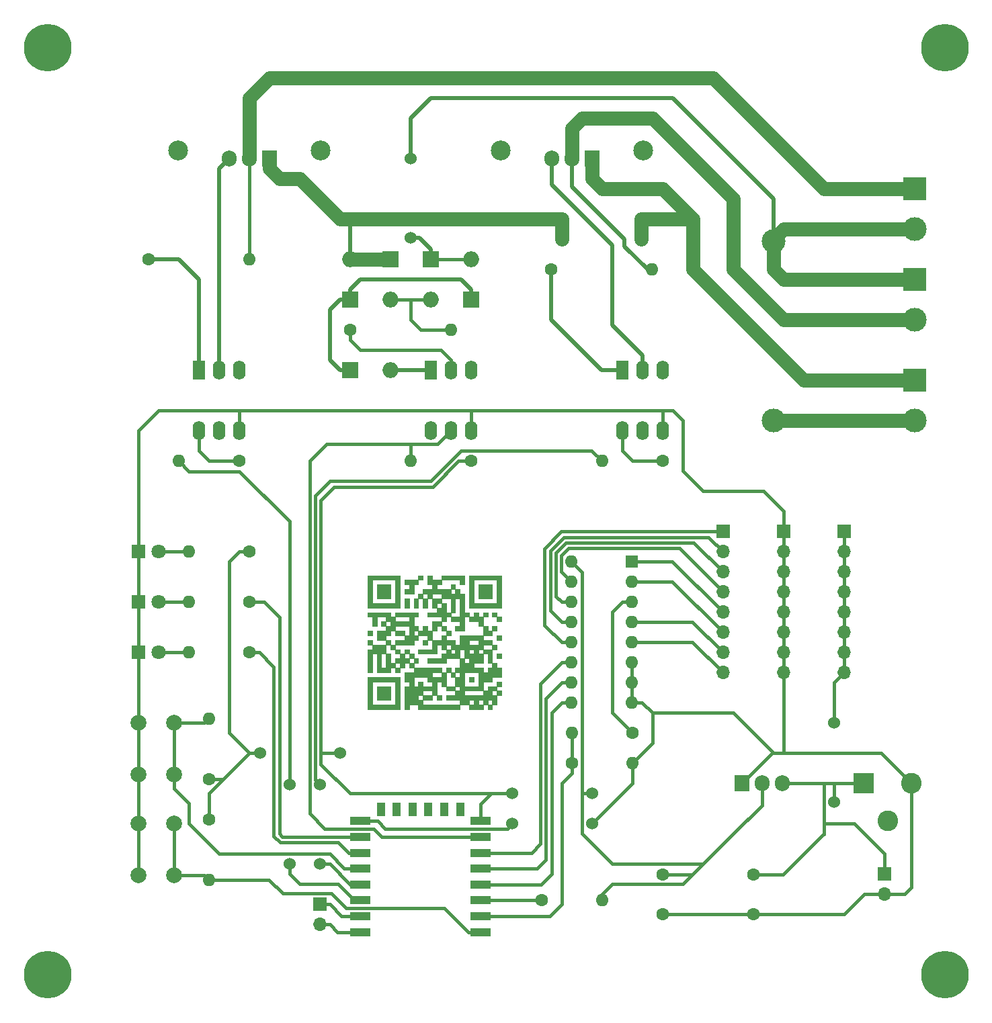
<source format=gbr>
%TF.GenerationSoftware,KiCad,Pcbnew,(6.0.5)*%
%TF.CreationDate,2022-07-02T14:22:21-03:00*%
%TF.ProjectId,oven_control,6f76656e-5f63-46f6-9e74-726f6c2e6b69,0*%
%TF.SameCoordinates,Original*%
%TF.FileFunction,Copper,L1,Top*%
%TF.FilePolarity,Positive*%
%FSLAX46Y46*%
G04 Gerber Fmt 4.6, Leading zero omitted, Abs format (unit mm)*
G04 Created by KiCad (PCBNEW (6.0.5)) date 2022-07-02 14:22:21*
%MOMM*%
%LPD*%
G01*
G04 APERTURE LIST*
%TA.AperFunction,NonConductor*%
%ADD10C,0.010000*%
%TD*%
%TA.AperFunction,ComponentPad*%
%ADD11C,6.000000*%
%TD*%
%TA.AperFunction,ComponentPad*%
%ADD12C,1.524000*%
%TD*%
%TA.AperFunction,SMDPad,CuDef*%
%ADD13R,2.500000X1.000000*%
%TD*%
%TA.AperFunction,SMDPad,CuDef*%
%ADD14R,1.000000X1.800000*%
%TD*%
%TA.AperFunction,ComponentPad*%
%ADD15C,1.600000*%
%TD*%
%TA.AperFunction,ComponentPad*%
%ADD16O,1.600000X1.600000*%
%TD*%
%TA.AperFunction,ComponentPad*%
%ADD17R,1.800000X1.800000*%
%TD*%
%TA.AperFunction,ComponentPad*%
%ADD18C,1.800000*%
%TD*%
%TA.AperFunction,ComponentPad*%
%ADD19C,2.000000*%
%TD*%
%TA.AperFunction,ComponentPad*%
%ADD20R,2.000000X2.000000*%
%TD*%
%TA.AperFunction,ComponentPad*%
%ADD21O,2.000000X2.000000*%
%TD*%
%TA.AperFunction,ComponentPad*%
%ADD22R,1.700000X1.700000*%
%TD*%
%TA.AperFunction,ComponentPad*%
%ADD23O,1.700000X1.700000*%
%TD*%
%TA.AperFunction,ComponentPad*%
%ADD24R,1.905000X2.000000*%
%TD*%
%TA.AperFunction,ComponentPad*%
%ADD25O,1.905000X2.000000*%
%TD*%
%TA.AperFunction,ComponentPad*%
%ADD26R,3.000000X3.000000*%
%TD*%
%TA.AperFunction,ComponentPad*%
%ADD27C,3.000000*%
%TD*%
%TA.AperFunction,ComponentPad*%
%ADD28R,1.600000X2.400000*%
%TD*%
%TA.AperFunction,ComponentPad*%
%ADD29O,1.600000X2.400000*%
%TD*%
%TA.AperFunction,ComponentPad*%
%ADD30R,1.600000X1.600000*%
%TD*%
%TA.AperFunction,ComponentPad*%
%ADD31R,2.600000X2.600000*%
%TD*%
%TA.AperFunction,ComponentPad*%
%ADD32C,2.600000*%
%TD*%
%TA.AperFunction,ComponentPad*%
%ADD33C,2.500000*%
%TD*%
%TA.AperFunction,Conductor*%
%ADD34C,0.400000*%
%TD*%
%TA.AperFunction,Conductor*%
%ADD35C,0.500000*%
%TD*%
%TA.AperFunction,Conductor*%
%ADD36C,1.800000*%
%TD*%
G04 APERTURE END LIST*
D10*
G36*
X146102917Y-114643960D02*
G01*
X145520834Y-114643960D01*
X145520834Y-114061876D01*
X146102917Y-114061876D01*
X146102917Y-114643960D01*
G37*
X146102917Y-114643960D02*
X145520834Y-114643960D01*
X145520834Y-114061876D01*
X146102917Y-114061876D01*
X146102917Y-114643960D01*
G36*
X135043334Y-111151459D02*
G01*
X134461250Y-111151459D01*
X134461250Y-110569375D01*
X135043334Y-110569375D01*
X135043334Y-111151459D01*
G37*
X135043334Y-111151459D02*
X134461250Y-111151459D01*
X134461250Y-110569375D01*
X135043334Y-110569375D01*
X135043334Y-111151459D01*
G36*
X139117917Y-106494793D02*
G01*
X138535834Y-106494793D01*
X138535834Y-105912709D01*
X139117917Y-105912709D01*
X139117917Y-106494793D01*
G37*
X139117917Y-106494793D02*
X138535834Y-106494793D01*
X138535834Y-105912709D01*
X139117917Y-105912709D01*
X139117917Y-106494793D01*
G36*
X135625417Y-103584376D02*
G01*
X135043334Y-103584376D01*
X135043334Y-102420209D01*
X135625417Y-102420209D01*
X135625417Y-103584376D01*
G37*
X135625417Y-103584376D02*
X135043334Y-103584376D01*
X135043334Y-102420209D01*
X135625417Y-102420209D01*
X135625417Y-103584376D01*
G36*
X144356668Y-104748542D02*
G01*
X143774584Y-104748542D01*
X143774584Y-104166459D01*
X144356668Y-104166459D01*
X144356668Y-104748542D01*
G37*
X144356668Y-104748542D02*
X143774584Y-104748542D01*
X143774584Y-104166459D01*
X144356668Y-104166459D01*
X144356668Y-104748542D01*
G36*
X139700000Y-107076876D02*
G01*
X139117917Y-107076876D01*
X139117917Y-106494793D01*
X139700000Y-106494793D01*
X139700000Y-107076876D01*
G37*
X139700000Y-107076876D02*
X139117917Y-107076876D01*
X139117917Y-106494793D01*
X139700000Y-106494793D01*
X139700000Y-107076876D01*
G36*
X145520834Y-104748542D02*
G01*
X144938751Y-104748542D01*
X144938751Y-104166459D01*
X145520834Y-104166459D01*
X145520834Y-104748542D01*
G37*
X145520834Y-104748542D02*
X144938751Y-104748542D01*
X144938751Y-104166459D01*
X145520834Y-104166459D01*
X145520834Y-104748542D01*
G36*
X132715000Y-105912709D02*
G01*
X132715000Y-106494793D01*
X132132917Y-106494793D01*
X132132917Y-107076876D01*
X131550834Y-107076876D01*
X131550834Y-107658959D01*
X130386667Y-107658959D01*
X130386667Y-106494793D01*
X131550834Y-106494793D01*
X131550834Y-105912709D01*
X132132917Y-105912709D01*
X132132917Y-105330626D01*
X132715000Y-105330626D01*
X134461250Y-105330626D01*
X134461250Y-104748542D01*
X132715000Y-104748542D01*
X132715000Y-105330626D01*
X132132917Y-105330626D01*
X131550834Y-105330626D01*
X131550834Y-105912709D01*
X130968750Y-105912709D01*
X130968750Y-105330626D01*
X131550834Y-105330626D01*
X131550834Y-104748542D01*
X130386667Y-104748542D01*
X130386667Y-105912709D01*
X129804584Y-105912709D01*
X129804584Y-104748542D01*
X129222500Y-104748542D01*
X129222500Y-104166459D01*
X132132917Y-104166459D01*
X132132917Y-104748542D01*
X132715000Y-104748542D01*
X132715000Y-104166459D01*
X135625417Y-104166459D01*
X135625417Y-104748542D01*
X135043334Y-104748542D01*
X135043334Y-105912709D01*
X135625417Y-105912709D01*
X135625417Y-106494793D01*
X136207501Y-106494793D01*
X136207501Y-105912709D01*
X136789584Y-105912709D01*
X136789584Y-106494793D01*
X137371667Y-106494793D01*
X137371667Y-107658959D01*
X136789584Y-107658959D01*
X136789584Y-107076876D01*
X135625417Y-107076876D01*
X135625417Y-107658959D01*
X135043334Y-107658959D01*
X135043334Y-108241042D01*
X132715000Y-108241042D01*
X132715000Y-107658959D01*
X133879167Y-107658959D01*
X133879167Y-107076876D01*
X134461250Y-107076876D01*
X135043334Y-107076876D01*
X135625417Y-107076876D01*
X135625417Y-106494793D01*
X135043334Y-106494793D01*
X135043334Y-107076876D01*
X134461250Y-107076876D01*
X134461250Y-105912709D01*
X132715000Y-105912709D01*
G37*
X132715000Y-105912709D02*
X132715000Y-106494793D01*
X132132917Y-106494793D01*
X132132917Y-107076876D01*
X131550834Y-107076876D01*
X131550834Y-107658959D01*
X130386667Y-107658959D01*
X130386667Y-106494793D01*
X131550834Y-106494793D01*
X131550834Y-105912709D01*
X132132917Y-105912709D01*
X132132917Y-105330626D01*
X132715000Y-105330626D01*
X134461250Y-105330626D01*
X134461250Y-104748542D01*
X132715000Y-104748542D01*
X132715000Y-105330626D01*
X132132917Y-105330626D01*
X131550834Y-105330626D01*
X131550834Y-105912709D01*
X130968750Y-105912709D01*
X130968750Y-105330626D01*
X131550834Y-105330626D01*
X131550834Y-104748542D01*
X130386667Y-104748542D01*
X130386667Y-105912709D01*
X129804584Y-105912709D01*
X129804584Y-104748542D01*
X129222500Y-104748542D01*
X129222500Y-104166459D01*
X132132917Y-104166459D01*
X132132917Y-104748542D01*
X132715000Y-104748542D01*
X132715000Y-104166459D01*
X135625417Y-104166459D01*
X135625417Y-104748542D01*
X135043334Y-104748542D01*
X135043334Y-105912709D01*
X135625417Y-105912709D01*
X135625417Y-106494793D01*
X136207501Y-106494793D01*
X136207501Y-105912709D01*
X136789584Y-105912709D01*
X136789584Y-106494793D01*
X137371667Y-106494793D01*
X137371667Y-107658959D01*
X136789584Y-107658959D01*
X136789584Y-107076876D01*
X135625417Y-107076876D01*
X135625417Y-107658959D01*
X135043334Y-107658959D01*
X135043334Y-108241042D01*
X132715000Y-108241042D01*
X132715000Y-107658959D01*
X133879167Y-107658959D01*
X133879167Y-107076876D01*
X134461250Y-107076876D01*
X135043334Y-107076876D01*
X135625417Y-107076876D01*
X135625417Y-106494793D01*
X135043334Y-106494793D01*
X135043334Y-107076876D01*
X134461250Y-107076876D01*
X134461250Y-105912709D01*
X132715000Y-105912709D01*
G36*
X133879167Y-107076876D02*
G01*
X132715000Y-107076876D01*
X132715000Y-106494793D01*
X133879167Y-106494793D01*
X133879167Y-107076876D01*
G37*
X133879167Y-107076876D02*
X132715000Y-107076876D01*
X132715000Y-106494793D01*
X133879167Y-106494793D01*
X133879167Y-107076876D01*
G36*
X132132917Y-108241042D02*
G01*
X131550834Y-108241042D01*
X131550834Y-107658959D01*
X132132917Y-107658959D01*
X132132917Y-108241042D01*
G37*
X132132917Y-108241042D02*
X131550834Y-108241042D01*
X131550834Y-107658959D01*
X132132917Y-107658959D01*
X132132917Y-108241042D01*
G36*
X135043334Y-109987292D02*
G01*
X134461250Y-109987292D01*
X134461250Y-109405209D01*
X135043334Y-109405209D01*
X135043334Y-109987292D01*
G37*
X135043334Y-109987292D02*
X134461250Y-109987292D01*
X134461250Y-109405209D01*
X135043334Y-109405209D01*
X135043334Y-109987292D01*
G36*
X135625417Y-100673959D02*
G01*
X135043334Y-100673959D01*
X135043334Y-101838126D01*
X133879167Y-101838126D01*
X133879167Y-101256042D01*
X134461250Y-101256042D01*
X134461250Y-100673959D01*
X133879167Y-100673959D01*
X133879167Y-100091876D01*
X135625417Y-100091876D01*
X135625417Y-100673959D01*
G37*
X135625417Y-100673959D02*
X135043334Y-100673959D01*
X135043334Y-101838126D01*
X133879167Y-101838126D01*
X133879167Y-101256042D01*
X134461250Y-101256042D01*
X134461250Y-100673959D01*
X133879167Y-100673959D01*
X133879167Y-100091876D01*
X135625417Y-100091876D01*
X135625417Y-100673959D01*
G36*
X138535834Y-105912709D02*
G01*
X137953750Y-105912709D01*
X137953750Y-106494793D01*
X137371667Y-106494793D01*
X137371667Y-105330626D01*
X138535834Y-105330626D01*
X138535834Y-105912709D01*
G37*
X138535834Y-105912709D02*
X137953750Y-105912709D01*
X137953750Y-106494793D01*
X137371667Y-106494793D01*
X137371667Y-105330626D01*
X138535834Y-105330626D01*
X138535834Y-105912709D01*
G36*
X140282083Y-101256042D02*
G01*
X140864167Y-101256042D01*
X140864167Y-101838126D01*
X141446250Y-101838126D01*
X141446250Y-104166459D01*
X142028334Y-104166459D01*
X142028334Y-104748542D01*
X141446250Y-104748542D01*
X141446250Y-106494793D01*
X140282083Y-106494793D01*
X140282083Y-105912709D01*
X140864167Y-105912709D01*
X140864167Y-105330626D01*
X139700000Y-105330626D01*
X139700000Y-104748542D01*
X140864167Y-104748542D01*
X140864167Y-102420209D01*
X140282083Y-102420209D01*
X140282083Y-104166459D01*
X139700000Y-104166459D01*
X139700000Y-102420209D01*
X138535834Y-102420209D01*
X138535834Y-103002292D01*
X137953750Y-103002292D01*
X137953750Y-103584376D01*
X137371667Y-103584376D01*
X137371667Y-102420209D01*
X138535834Y-102420209D01*
X138535834Y-101838126D01*
X137371667Y-101838126D01*
X137371667Y-102420209D01*
X136789584Y-102420209D01*
X136789584Y-103584376D01*
X136207501Y-103584376D01*
X136207501Y-102420209D01*
X136789584Y-102420209D01*
X136789584Y-101838126D01*
X136207501Y-101838126D01*
X136207501Y-102420209D01*
X135625417Y-102420209D01*
X135625417Y-101838126D01*
X136207501Y-101838126D01*
X136207501Y-101256042D01*
X137371667Y-101256042D01*
X137371667Y-100673959D01*
X136789584Y-100673959D01*
X136789584Y-99509792D01*
X137371667Y-99509792D01*
X137371667Y-100091876D01*
X138535834Y-100091876D01*
X138535834Y-100673959D01*
X137953750Y-100673959D01*
X137953750Y-101256042D01*
X139700000Y-101256042D01*
X139700000Y-100673959D01*
X140282083Y-100673959D01*
X140282083Y-101256042D01*
X139700000Y-101256042D01*
X139700000Y-101838126D01*
X140282083Y-101838126D01*
X140282083Y-101256042D01*
G37*
X140282083Y-101256042D02*
X140864167Y-101256042D01*
X140864167Y-101838126D01*
X141446250Y-101838126D01*
X141446250Y-104166459D01*
X142028334Y-104166459D01*
X142028334Y-104748542D01*
X141446250Y-104748542D01*
X141446250Y-106494793D01*
X140282083Y-106494793D01*
X140282083Y-105912709D01*
X140864167Y-105912709D01*
X140864167Y-105330626D01*
X139700000Y-105330626D01*
X139700000Y-104748542D01*
X140864167Y-104748542D01*
X140864167Y-102420209D01*
X140282083Y-102420209D01*
X140282083Y-104166459D01*
X139700000Y-104166459D01*
X139700000Y-102420209D01*
X138535834Y-102420209D01*
X138535834Y-103002292D01*
X137953750Y-103002292D01*
X137953750Y-103584376D01*
X137371667Y-103584376D01*
X137371667Y-102420209D01*
X138535834Y-102420209D01*
X138535834Y-101838126D01*
X137371667Y-101838126D01*
X137371667Y-102420209D01*
X136789584Y-102420209D01*
X136789584Y-103584376D01*
X136207501Y-103584376D01*
X136207501Y-102420209D01*
X136789584Y-102420209D01*
X136789584Y-101838126D01*
X136207501Y-101838126D01*
X136207501Y-102420209D01*
X135625417Y-102420209D01*
X135625417Y-101838126D01*
X136207501Y-101838126D01*
X136207501Y-101256042D01*
X137371667Y-101256042D01*
X137371667Y-100673959D01*
X136789584Y-100673959D01*
X136789584Y-99509792D01*
X137371667Y-99509792D01*
X137371667Y-100091876D01*
X138535834Y-100091876D01*
X138535834Y-100673959D01*
X137953750Y-100673959D01*
X137953750Y-101256042D01*
X139700000Y-101256042D01*
X139700000Y-100673959D01*
X140282083Y-100673959D01*
X140282083Y-101256042D01*
X139700000Y-101256042D01*
X139700000Y-101838126D01*
X140282083Y-101838126D01*
X140282083Y-101256042D01*
G36*
X132715000Y-108823126D02*
G01*
X132132917Y-108823126D01*
X132132917Y-108241042D01*
X132715000Y-108241042D01*
X132715000Y-108823126D01*
G37*
X132715000Y-108823126D02*
X132132917Y-108823126D01*
X132132917Y-108241042D01*
X132715000Y-108241042D01*
X132715000Y-108823126D01*
G36*
X145520834Y-106494793D02*
G01*
X144938751Y-106494793D01*
X144938751Y-105912709D01*
X145520834Y-105912709D01*
X145520834Y-106494793D01*
G37*
X145520834Y-106494793D02*
X144938751Y-106494793D01*
X144938751Y-105912709D01*
X145520834Y-105912709D01*
X145520834Y-106494793D01*
G36*
X144938751Y-102420209D02*
G01*
X143192500Y-102420209D01*
X143192500Y-100673959D01*
X144938751Y-100673959D01*
X144938751Y-102420209D01*
G37*
X144938751Y-102420209D02*
X143192500Y-102420209D01*
X143192500Y-100673959D01*
X144938751Y-100673959D01*
X144938751Y-102420209D01*
G36*
X133297084Y-109405209D02*
G01*
X132715000Y-109405209D01*
X132715000Y-108823126D01*
X133297084Y-108823126D01*
X133297084Y-109405209D01*
G37*
X133297084Y-109405209D02*
X132715000Y-109405209D01*
X132715000Y-108823126D01*
X133297084Y-108823126D01*
X133297084Y-109405209D01*
G36*
X144938751Y-110569375D02*
G01*
X144356668Y-110569375D01*
X144356668Y-109405209D01*
X143774584Y-109405209D01*
X143774584Y-108823126D01*
X144938751Y-108823126D01*
X144938751Y-110569375D01*
G37*
X144938751Y-110569375D02*
X144356668Y-110569375D01*
X144356668Y-109405209D01*
X143774584Y-109405209D01*
X143774584Y-108823126D01*
X144938751Y-108823126D01*
X144938751Y-110569375D01*
G36*
X129804584Y-107076876D02*
G01*
X129222500Y-107076876D01*
X129222500Y-106494793D01*
X129804584Y-106494793D01*
X129804584Y-107076876D01*
G37*
X129804584Y-107076876D02*
X129222500Y-107076876D01*
X129222500Y-106494793D01*
X129804584Y-106494793D01*
X129804584Y-107076876D01*
G36*
X146102917Y-99509792D02*
G01*
X146102917Y-103584376D01*
X142028334Y-103584376D01*
X142028334Y-103002292D01*
X142610417Y-103002292D01*
X145520834Y-103002292D01*
X145520834Y-100091876D01*
X142610417Y-100091876D01*
X142610417Y-103002292D01*
X142028334Y-103002292D01*
X142028334Y-99509792D01*
X146102917Y-99509792D01*
G37*
X146102917Y-99509792D02*
X146102917Y-103584376D01*
X142028334Y-103584376D01*
X142028334Y-103002292D01*
X142610417Y-103002292D01*
X145520834Y-103002292D01*
X145520834Y-100091876D01*
X142610417Y-100091876D01*
X142610417Y-103002292D01*
X142028334Y-103002292D01*
X142028334Y-99509792D01*
X146102917Y-99509792D01*
G36*
X146102917Y-105330626D02*
G01*
X145520834Y-105330626D01*
X145520834Y-104748542D01*
X146102917Y-104748542D01*
X146102917Y-105330626D01*
G37*
X146102917Y-105330626D02*
X145520834Y-105330626D01*
X145520834Y-104748542D01*
X146102917Y-104748542D01*
X146102917Y-105330626D01*
G36*
X146102917Y-113479792D02*
G01*
X145520834Y-113479792D01*
X145520834Y-112897709D01*
X146102917Y-112897709D01*
X146102917Y-113479792D01*
G37*
X146102917Y-113479792D02*
X145520834Y-113479792D01*
X145520834Y-112897709D01*
X146102917Y-112897709D01*
X146102917Y-113479792D01*
G36*
X141446250Y-100673959D02*
G01*
X140864167Y-100673959D01*
X140864167Y-100091876D01*
X138535834Y-100091876D01*
X138535834Y-99509792D01*
X141446250Y-99509792D01*
X141446250Y-100673959D01*
G37*
X141446250Y-100673959D02*
X140864167Y-100673959D01*
X140864167Y-100091876D01*
X138535834Y-100091876D01*
X138535834Y-99509792D01*
X141446250Y-99509792D01*
X141446250Y-100673959D01*
G36*
X143192500Y-104748542D02*
G01*
X143774584Y-104748542D01*
X143774584Y-105912709D01*
X143192500Y-105912709D01*
X143192500Y-105330626D01*
X142028334Y-105330626D01*
X142028334Y-104748542D01*
X142610417Y-104748542D01*
X142610417Y-104166459D01*
X143192500Y-104166459D01*
X143192500Y-104748542D01*
G37*
X143192500Y-104748542D02*
X143774584Y-104748542D01*
X143774584Y-105912709D01*
X143192500Y-105912709D01*
X143192500Y-105330626D01*
X142028334Y-105330626D01*
X142028334Y-104748542D01*
X142610417Y-104748542D01*
X142610417Y-104166459D01*
X143192500Y-104166459D01*
X143192500Y-104748542D01*
G36*
X142028334Y-115226043D02*
G01*
X142028334Y-115808126D01*
X140864167Y-115808126D01*
X140864167Y-116390209D01*
X135625417Y-116390209D01*
X135625417Y-115808126D01*
X134461250Y-115808126D01*
X134461250Y-116390209D01*
X133879167Y-116390209D01*
X133879167Y-115226043D01*
X135625417Y-115226043D01*
X136207501Y-115226043D01*
X136207501Y-115808126D01*
X140864167Y-115808126D01*
X140864167Y-115226043D01*
X139117917Y-115226043D01*
X139117917Y-114643960D01*
X140282083Y-114643960D01*
X141446250Y-114643960D01*
X143774584Y-114643960D01*
X143774584Y-114061876D01*
X141446250Y-114061876D01*
X141446250Y-114643960D01*
X140282083Y-114643960D01*
X140282083Y-114061876D01*
X140864167Y-114061876D01*
X140864167Y-113479792D01*
X141446250Y-113479792D01*
X143192500Y-113479792D01*
X143192500Y-111733542D01*
X141446250Y-111733542D01*
X141446250Y-113479792D01*
X140864167Y-113479792D01*
X140282083Y-113479792D01*
X140282083Y-114061876D01*
X139117917Y-114061876D01*
X139117917Y-113479792D01*
X140282083Y-113479792D01*
X140282083Y-112315626D01*
X140864167Y-112315626D01*
X140864167Y-111733542D01*
X140282083Y-111733542D01*
X140282083Y-112315626D01*
X139700000Y-112315626D01*
X139700000Y-111733542D01*
X139117917Y-111733542D01*
X139117917Y-113479792D01*
X138535834Y-113479792D01*
X138535834Y-112897709D01*
X137953750Y-112897709D01*
X137953750Y-114643960D01*
X137371667Y-114643960D01*
X137371667Y-114061876D01*
X136207501Y-114061876D01*
X136207501Y-114643960D01*
X135625417Y-114643960D01*
X135625417Y-115226043D01*
X133879167Y-115226043D01*
X133879167Y-113479792D01*
X134461250Y-113479792D01*
X135043334Y-113479792D01*
X135625417Y-113479792D01*
X135625417Y-112897709D01*
X136207501Y-112897709D01*
X136207501Y-113479792D01*
X137371667Y-113479792D01*
X137371667Y-112897709D01*
X136789584Y-112897709D01*
X136789584Y-112315626D01*
X137371667Y-112315626D01*
X138535834Y-112315626D01*
X138535834Y-111733542D01*
X137371667Y-111733542D01*
X137371667Y-112315626D01*
X136789584Y-112315626D01*
X135043334Y-112315626D01*
X135043334Y-113479792D01*
X134461250Y-113479792D01*
X134461250Y-112897709D01*
X133879167Y-112897709D01*
X133879167Y-111733542D01*
X135043334Y-111733542D01*
X135043334Y-111151459D01*
X138535834Y-111151459D01*
X138535834Y-111733542D01*
X139117917Y-111733542D01*
X139117917Y-111151459D01*
X139700000Y-111151459D01*
X139700000Y-111733542D01*
X140282083Y-111733542D01*
X140282083Y-111151459D01*
X140864167Y-111151459D01*
X140864167Y-110569375D01*
X141446250Y-110569375D01*
X142028334Y-110569375D01*
X142028334Y-109987292D01*
X141446250Y-109987292D01*
X141446250Y-110569375D01*
X140864167Y-110569375D01*
X140864167Y-109987292D01*
X141446250Y-109987292D01*
X141446250Y-109405209D01*
X142028334Y-109405209D01*
X142610417Y-109405209D01*
X142610417Y-108823126D01*
X142028334Y-108823126D01*
X142028334Y-109405209D01*
X141446250Y-109405209D01*
X141446250Y-108823126D01*
X140864167Y-108823126D01*
X140864167Y-109987292D01*
X139117917Y-109987292D01*
X139117917Y-110569375D01*
X136789584Y-110569375D01*
X136789584Y-109987292D01*
X138535834Y-109987292D01*
X138535834Y-109405209D01*
X139117917Y-109405209D01*
X139700000Y-109405209D01*
X140282083Y-109405209D01*
X140282083Y-108823126D01*
X139700000Y-108823126D01*
X139700000Y-109405209D01*
X139117917Y-109405209D01*
X139117917Y-108823126D01*
X139700000Y-108823126D01*
X139700000Y-108241042D01*
X139117917Y-108241042D01*
X139117917Y-108823126D01*
X138535834Y-108823126D01*
X138535834Y-108241042D01*
X137953750Y-108241042D01*
X137953750Y-109405209D01*
X135625417Y-109405209D01*
X135625417Y-108823126D01*
X137371667Y-108823126D01*
X137371667Y-107658959D01*
X138535834Y-107658959D01*
X138535834Y-107076876D01*
X139117917Y-107076876D01*
X139117917Y-107658959D01*
X140282083Y-107658959D01*
X140282083Y-108241042D01*
X140864167Y-108241042D01*
X142028334Y-108241042D01*
X143192500Y-108241042D01*
X143192500Y-107658959D01*
X142028334Y-107658959D01*
X142028334Y-108241042D01*
X140864167Y-108241042D01*
X140864167Y-107076876D01*
X143774584Y-107076876D01*
X143774584Y-107658959D01*
X144938751Y-107658959D01*
X144938751Y-108241042D01*
X143774584Y-108241042D01*
X143774584Y-108823126D01*
X143192500Y-108823126D01*
X143192500Y-109405209D01*
X143774584Y-109405209D01*
X143774584Y-110569375D01*
X142610417Y-110569375D01*
X142610417Y-111151459D01*
X143774584Y-111151459D01*
X143774584Y-111733542D01*
X144356668Y-111733542D01*
X144356668Y-111151459D01*
X144938751Y-111151459D01*
X144938751Y-110569375D01*
X145520834Y-110569375D01*
X145520834Y-111151459D01*
X146102917Y-111151459D01*
X146102917Y-112315626D01*
X144938751Y-112315626D01*
X144938751Y-112897709D01*
X143774584Y-112897709D01*
X143774584Y-114061876D01*
X144356668Y-114061876D01*
X144356668Y-113479792D01*
X145520834Y-113479792D01*
X145520834Y-114061876D01*
X144938751Y-114061876D01*
X144938751Y-114643960D01*
X145520834Y-114643960D01*
X145520834Y-115808126D01*
X144938751Y-115808126D01*
X144938751Y-116390209D01*
X144356668Y-116390209D01*
X144356668Y-115808126D01*
X144938751Y-115808126D01*
X144938751Y-115226043D01*
X144356668Y-115226043D01*
X144356668Y-115808126D01*
X143774584Y-115808126D01*
X143774584Y-116390209D01*
X142028334Y-116390209D01*
X142028334Y-115808126D01*
X142610417Y-115808126D01*
X143192500Y-115808126D01*
X143774584Y-115808126D01*
X143774584Y-115226043D01*
X143192500Y-115226043D01*
X143192500Y-115808126D01*
X142610417Y-115808126D01*
X142610417Y-115226043D01*
X142028334Y-115226043D01*
G37*
X142028334Y-115226043D02*
X142028334Y-115808126D01*
X140864167Y-115808126D01*
X140864167Y-116390209D01*
X135625417Y-116390209D01*
X135625417Y-115808126D01*
X134461250Y-115808126D01*
X134461250Y-116390209D01*
X133879167Y-116390209D01*
X133879167Y-115226043D01*
X135625417Y-115226043D01*
X136207501Y-115226043D01*
X136207501Y-115808126D01*
X140864167Y-115808126D01*
X140864167Y-115226043D01*
X139117917Y-115226043D01*
X139117917Y-114643960D01*
X140282083Y-114643960D01*
X141446250Y-114643960D01*
X143774584Y-114643960D01*
X143774584Y-114061876D01*
X141446250Y-114061876D01*
X141446250Y-114643960D01*
X140282083Y-114643960D01*
X140282083Y-114061876D01*
X140864167Y-114061876D01*
X140864167Y-113479792D01*
X141446250Y-113479792D01*
X143192500Y-113479792D01*
X143192500Y-111733542D01*
X141446250Y-111733542D01*
X141446250Y-113479792D01*
X140864167Y-113479792D01*
X140282083Y-113479792D01*
X140282083Y-114061876D01*
X139117917Y-114061876D01*
X139117917Y-113479792D01*
X140282083Y-113479792D01*
X140282083Y-112315626D01*
X140864167Y-112315626D01*
X140864167Y-111733542D01*
X140282083Y-111733542D01*
X140282083Y-112315626D01*
X139700000Y-112315626D01*
X139700000Y-111733542D01*
X139117917Y-111733542D01*
X139117917Y-113479792D01*
X138535834Y-113479792D01*
X138535834Y-112897709D01*
X137953750Y-112897709D01*
X137953750Y-114643960D01*
X137371667Y-114643960D01*
X137371667Y-114061876D01*
X136207501Y-114061876D01*
X136207501Y-114643960D01*
X135625417Y-114643960D01*
X135625417Y-115226043D01*
X133879167Y-115226043D01*
X133879167Y-113479792D01*
X134461250Y-113479792D01*
X135043334Y-113479792D01*
X135625417Y-113479792D01*
X135625417Y-112897709D01*
X136207501Y-112897709D01*
X136207501Y-113479792D01*
X137371667Y-113479792D01*
X137371667Y-112897709D01*
X136789584Y-112897709D01*
X136789584Y-112315626D01*
X137371667Y-112315626D01*
X138535834Y-112315626D01*
X138535834Y-111733542D01*
X137371667Y-111733542D01*
X137371667Y-112315626D01*
X136789584Y-112315626D01*
X135043334Y-112315626D01*
X135043334Y-113479792D01*
X134461250Y-113479792D01*
X134461250Y-112897709D01*
X133879167Y-112897709D01*
X133879167Y-111733542D01*
X135043334Y-111733542D01*
X135043334Y-111151459D01*
X138535834Y-111151459D01*
X138535834Y-111733542D01*
X139117917Y-111733542D01*
X139117917Y-111151459D01*
X139700000Y-111151459D01*
X139700000Y-111733542D01*
X140282083Y-111733542D01*
X140282083Y-111151459D01*
X140864167Y-111151459D01*
X140864167Y-110569375D01*
X141446250Y-110569375D01*
X142028334Y-110569375D01*
X142028334Y-109987292D01*
X141446250Y-109987292D01*
X141446250Y-110569375D01*
X140864167Y-110569375D01*
X140864167Y-109987292D01*
X141446250Y-109987292D01*
X141446250Y-109405209D01*
X142028334Y-109405209D01*
X142610417Y-109405209D01*
X142610417Y-108823126D01*
X142028334Y-108823126D01*
X142028334Y-109405209D01*
X141446250Y-109405209D01*
X141446250Y-108823126D01*
X140864167Y-108823126D01*
X140864167Y-109987292D01*
X139117917Y-109987292D01*
X139117917Y-110569375D01*
X136789584Y-110569375D01*
X136789584Y-109987292D01*
X138535834Y-109987292D01*
X138535834Y-109405209D01*
X139117917Y-109405209D01*
X139700000Y-109405209D01*
X140282083Y-109405209D01*
X140282083Y-108823126D01*
X139700000Y-108823126D01*
X139700000Y-109405209D01*
X139117917Y-109405209D01*
X139117917Y-108823126D01*
X139700000Y-108823126D01*
X139700000Y-108241042D01*
X139117917Y-108241042D01*
X139117917Y-108823126D01*
X138535834Y-108823126D01*
X138535834Y-108241042D01*
X137953750Y-108241042D01*
X137953750Y-109405209D01*
X135625417Y-109405209D01*
X135625417Y-108823126D01*
X137371667Y-108823126D01*
X137371667Y-107658959D01*
X138535834Y-107658959D01*
X138535834Y-107076876D01*
X139117917Y-107076876D01*
X139117917Y-107658959D01*
X140282083Y-107658959D01*
X140282083Y-108241042D01*
X140864167Y-108241042D01*
X142028334Y-108241042D01*
X143192500Y-108241042D01*
X143192500Y-107658959D01*
X142028334Y-107658959D01*
X142028334Y-108241042D01*
X140864167Y-108241042D01*
X140864167Y-107076876D01*
X143774584Y-107076876D01*
X143774584Y-107658959D01*
X144938751Y-107658959D01*
X144938751Y-108241042D01*
X143774584Y-108241042D01*
X143774584Y-108823126D01*
X143192500Y-108823126D01*
X143192500Y-109405209D01*
X143774584Y-109405209D01*
X143774584Y-110569375D01*
X142610417Y-110569375D01*
X142610417Y-111151459D01*
X143774584Y-111151459D01*
X143774584Y-111733542D01*
X144356668Y-111733542D01*
X144356668Y-111151459D01*
X144938751Y-111151459D01*
X144938751Y-110569375D01*
X145520834Y-110569375D01*
X145520834Y-111151459D01*
X146102917Y-111151459D01*
X146102917Y-112315626D01*
X144938751Y-112315626D01*
X144938751Y-112897709D01*
X143774584Y-112897709D01*
X143774584Y-114061876D01*
X144356668Y-114061876D01*
X144356668Y-113479792D01*
X145520834Y-113479792D01*
X145520834Y-114061876D01*
X144938751Y-114061876D01*
X144938751Y-114643960D01*
X145520834Y-114643960D01*
X145520834Y-115808126D01*
X144938751Y-115808126D01*
X144938751Y-116390209D01*
X144356668Y-116390209D01*
X144356668Y-115808126D01*
X144938751Y-115808126D01*
X144938751Y-115226043D01*
X144356668Y-115226043D01*
X144356668Y-115808126D01*
X143774584Y-115808126D01*
X143774584Y-116390209D01*
X142028334Y-116390209D01*
X142028334Y-115808126D01*
X142610417Y-115808126D01*
X143192500Y-115808126D01*
X143774584Y-115808126D01*
X143774584Y-115226043D01*
X143192500Y-115226043D01*
X143192500Y-115808126D01*
X142610417Y-115808126D01*
X142610417Y-115226043D01*
X142028334Y-115226043D01*
G36*
X146102917Y-109987292D02*
G01*
X145520834Y-109987292D01*
X145520834Y-109405209D01*
X146102917Y-109405209D01*
X146102917Y-109987292D01*
G37*
X146102917Y-109987292D02*
X145520834Y-109987292D01*
X145520834Y-109405209D01*
X146102917Y-109405209D01*
X146102917Y-109987292D01*
G36*
X146102917Y-107658959D02*
G01*
X145520834Y-107658959D01*
X145520834Y-107076876D01*
X146102917Y-107076876D01*
X146102917Y-107658959D01*
G37*
X146102917Y-107658959D02*
X145520834Y-107658959D01*
X145520834Y-107076876D01*
X146102917Y-107076876D01*
X146102917Y-107658959D01*
G36*
X145520834Y-108823126D02*
G01*
X144938751Y-108823126D01*
X144938751Y-108241042D01*
X145520834Y-108241042D01*
X145520834Y-108823126D01*
G37*
X145520834Y-108823126D02*
X144938751Y-108823126D01*
X144938751Y-108241042D01*
X145520834Y-108241042D01*
X145520834Y-108823126D01*
G36*
X133297084Y-112315626D02*
G01*
X133297084Y-116390209D01*
X129222500Y-116390209D01*
X129222500Y-115808126D01*
X129804584Y-115808126D01*
X132715000Y-115808126D01*
X132715000Y-112897709D01*
X129804584Y-112897709D01*
X129804584Y-115808126D01*
X129222500Y-115808126D01*
X129222500Y-112315626D01*
X133297084Y-112315626D01*
G37*
X133297084Y-112315626D02*
X133297084Y-116390209D01*
X129222500Y-116390209D01*
X129222500Y-115808126D01*
X129804584Y-115808126D01*
X132715000Y-115808126D01*
X132715000Y-112897709D01*
X129804584Y-112897709D01*
X129804584Y-115808126D01*
X129222500Y-115808126D01*
X129222500Y-112315626D01*
X133297084Y-112315626D01*
G36*
X139117917Y-104166459D02*
G01*
X139700000Y-104166459D01*
X139700000Y-104748542D01*
X139117917Y-104748542D01*
X139117917Y-105330626D01*
X138535834Y-105330626D01*
X138535834Y-104748542D01*
X136789584Y-104748542D01*
X136789584Y-104166459D01*
X137953750Y-104166459D01*
X137953750Y-103584376D01*
X138535834Y-103584376D01*
X138535834Y-103002292D01*
X139117917Y-103002292D01*
X139117917Y-104166459D01*
G37*
X139117917Y-104166459D02*
X139700000Y-104166459D01*
X139700000Y-104748542D01*
X139117917Y-104748542D01*
X139117917Y-105330626D01*
X138535834Y-105330626D01*
X138535834Y-104748542D01*
X136789584Y-104748542D01*
X136789584Y-104166459D01*
X137953750Y-104166459D01*
X137953750Y-103584376D01*
X138535834Y-103584376D01*
X138535834Y-103002292D01*
X139117917Y-103002292D01*
X139117917Y-104166459D01*
G36*
X133297084Y-99509792D02*
G01*
X133297084Y-103584376D01*
X129222500Y-103584376D01*
X129222500Y-103002292D01*
X129804584Y-103002292D01*
X132715000Y-103002292D01*
X132715000Y-100091876D01*
X129804584Y-100091876D01*
X129804584Y-103002292D01*
X129222500Y-103002292D01*
X129222500Y-99509792D01*
X133297084Y-99509792D01*
G37*
X133297084Y-99509792D02*
X133297084Y-103584376D01*
X129222500Y-103584376D01*
X129222500Y-103002292D01*
X129804584Y-103002292D01*
X132715000Y-103002292D01*
X132715000Y-100091876D01*
X129804584Y-100091876D01*
X129804584Y-103002292D01*
X129222500Y-103002292D01*
X129222500Y-99509792D01*
X133297084Y-99509792D01*
G36*
X137371667Y-115226043D02*
G01*
X136207501Y-115226043D01*
X136207501Y-114643960D01*
X137371667Y-114643960D01*
X137371667Y-115226043D01*
G37*
X137371667Y-115226043D02*
X136207501Y-115226043D01*
X136207501Y-114643960D01*
X137371667Y-114643960D01*
X137371667Y-115226043D01*
G36*
X136789584Y-108241042D02*
G01*
X136207501Y-108241042D01*
X136207501Y-107658959D01*
X136789584Y-107658959D01*
X136789584Y-108241042D01*
G37*
X136789584Y-108241042D02*
X136207501Y-108241042D01*
X136207501Y-107658959D01*
X136789584Y-107658959D01*
X136789584Y-108241042D01*
G36*
X144356668Y-106494793D02*
G01*
X144938751Y-106494793D01*
X144938751Y-107076876D01*
X143774584Y-107076876D01*
X143774584Y-105912709D01*
X144356668Y-105912709D01*
X144356668Y-106494793D01*
G37*
X144356668Y-106494793D02*
X144938751Y-106494793D01*
X144938751Y-107076876D01*
X143774584Y-107076876D01*
X143774584Y-105912709D01*
X144356668Y-105912709D01*
X144356668Y-106494793D01*
G36*
X132132917Y-115226043D02*
G01*
X130386667Y-115226043D01*
X130386667Y-113479792D01*
X132132917Y-113479792D01*
X132132917Y-115226043D01*
G37*
X132132917Y-115226043D02*
X130386667Y-115226043D01*
X130386667Y-113479792D01*
X132132917Y-113479792D01*
X132132917Y-115226043D01*
G36*
X134461250Y-109405209D02*
G01*
X133879167Y-109405209D01*
X133879167Y-108823126D01*
X134461250Y-108823126D01*
X134461250Y-109405209D01*
G37*
X134461250Y-109405209D02*
X133879167Y-109405209D01*
X133879167Y-108823126D01*
X134461250Y-108823126D01*
X134461250Y-109405209D01*
G36*
X135625417Y-110569375D02*
G01*
X135043334Y-110569375D01*
X135043334Y-109987292D01*
X135625417Y-109987292D01*
X135625417Y-110569375D01*
G37*
X135625417Y-110569375D02*
X135043334Y-110569375D01*
X135043334Y-109987292D01*
X135625417Y-109987292D01*
X135625417Y-110569375D01*
G36*
X132132917Y-102420209D02*
G01*
X130386667Y-102420209D01*
X130386667Y-100673959D01*
X132132917Y-100673959D01*
X132132917Y-102420209D01*
G37*
X132132917Y-102420209D02*
X130386667Y-102420209D01*
X130386667Y-100673959D01*
X132132917Y-100673959D01*
X132132917Y-102420209D01*
G36*
X138535834Y-115226043D02*
G01*
X137953750Y-115226043D01*
X137953750Y-114643960D01*
X138535834Y-114643960D01*
X138535834Y-115226043D01*
G37*
X138535834Y-115226043D02*
X137953750Y-115226043D01*
X137953750Y-114643960D01*
X138535834Y-114643960D01*
X138535834Y-115226043D01*
G36*
X129804584Y-108241042D02*
G01*
X129222500Y-108241042D01*
X129222500Y-107658959D01*
X129804584Y-107658959D01*
X129804584Y-108241042D01*
G37*
X129804584Y-108241042D02*
X129222500Y-108241042D01*
X129222500Y-107658959D01*
X129804584Y-107658959D01*
X129804584Y-108241042D01*
G36*
X136207501Y-100091876D02*
G01*
X135625417Y-100091876D01*
X135625417Y-99509792D01*
X136207501Y-99509792D01*
X136207501Y-100091876D01*
G37*
X136207501Y-100091876D02*
X135625417Y-100091876D01*
X135625417Y-99509792D01*
X136207501Y-99509792D01*
X136207501Y-100091876D01*
G36*
X142610417Y-112897709D02*
G01*
X142028334Y-112897709D01*
X142028334Y-112315626D01*
X142610417Y-112315626D01*
X142610417Y-112897709D01*
G37*
X142610417Y-112897709D02*
X142028334Y-112897709D01*
X142028334Y-112315626D01*
X142610417Y-112315626D01*
X142610417Y-112897709D01*
G36*
X134461250Y-103584376D02*
G01*
X133879167Y-103584376D01*
X133879167Y-102420209D01*
X134461250Y-102420209D01*
X134461250Y-103584376D01*
G37*
X134461250Y-103584376D02*
X133879167Y-103584376D01*
X133879167Y-102420209D01*
X134461250Y-102420209D01*
X134461250Y-103584376D01*
G36*
X129804584Y-109405209D02*
G01*
X129804584Y-111733542D01*
X129222500Y-111733542D01*
X129222500Y-108823126D01*
X129804584Y-108823126D01*
X129804584Y-108241042D01*
X131550834Y-108241042D01*
X131550834Y-109405209D01*
X130968750Y-109405209D01*
X130968750Y-111151459D01*
X131550834Y-111151459D01*
X131550834Y-109405209D01*
X132132917Y-109405209D01*
X132132917Y-110569375D01*
X132715000Y-110569375D01*
X132715000Y-109987292D01*
X133297084Y-109987292D01*
X133297084Y-109405209D01*
X133879167Y-109405209D01*
X133879167Y-109987292D01*
X134461250Y-109987292D01*
X134461250Y-110569375D01*
X133879167Y-110569375D01*
X133879167Y-111151459D01*
X133297084Y-111151459D01*
X133297084Y-111733542D01*
X132715000Y-111733542D01*
X132715000Y-111151459D01*
X133297084Y-111151459D01*
X133297084Y-110569375D01*
X132715000Y-110569375D01*
X132715000Y-111151459D01*
X132132917Y-111151459D01*
X132132917Y-111733542D01*
X130386667Y-111733542D01*
X130386667Y-109405209D01*
X129804584Y-109405209D01*
G37*
X129804584Y-109405209D02*
X129804584Y-111733542D01*
X129222500Y-111733542D01*
X129222500Y-108823126D01*
X129804584Y-108823126D01*
X129804584Y-108241042D01*
X131550834Y-108241042D01*
X131550834Y-109405209D01*
X130968750Y-109405209D01*
X130968750Y-111151459D01*
X131550834Y-111151459D01*
X131550834Y-109405209D01*
X132132917Y-109405209D01*
X132132917Y-110569375D01*
X132715000Y-110569375D01*
X132715000Y-109987292D01*
X133297084Y-109987292D01*
X133297084Y-109405209D01*
X133879167Y-109405209D01*
X133879167Y-109987292D01*
X134461250Y-109987292D01*
X134461250Y-110569375D01*
X133879167Y-110569375D01*
X133879167Y-111151459D01*
X133297084Y-111151459D01*
X133297084Y-111733542D01*
X132715000Y-111733542D01*
X132715000Y-111151459D01*
X133297084Y-111151459D01*
X133297084Y-110569375D01*
X132715000Y-110569375D01*
X132715000Y-111151459D01*
X132132917Y-111151459D01*
X132132917Y-111733542D01*
X130386667Y-111733542D01*
X130386667Y-109405209D01*
X129804584Y-109405209D01*
D11*
%TO.P,REF\u002A\u002A,1*%
%TO.N,N/C*%
X201930000Y-149860000D03*
%TD*%
%TO.P,REF\u002A\u002A,1*%
%TO.N,N/C*%
X88900000Y-149860000D03*
%TD*%
%TO.P,REF\u002A\u002A,1*%
%TO.N,N/C*%
X201930000Y-33020000D03*
%TD*%
D12*
%TO.P,JP1,1,A*%
%TO.N,/5v'*%
X187960000Y-118110000D03*
%TO.P,JP1,2,B*%
%TO.N,+5V*%
X187960000Y-128110000D03*
%TD*%
D13*
%TO.P,U1,1,~{RST}*%
%TO.N,/reset*%
X143490000Y-144470000D03*
%TO.P,U1,2,ADC*%
%TO.N,/multiplex_out*%
X143490000Y-142470000D03*
%TO.P,U1,3,EN*%
%TO.N,/Enable*%
X143490000Y-140470000D03*
%TO.P,U1,4,GPIO16*%
%TO.N,/multiplex_C*%
X143490000Y-138470000D03*
%TO.P,U1,5,GPIO14*%
%TO.N,/multiplex_B*%
X143490000Y-136470000D03*
%TO.P,U1,6,GPIO12*%
%TO.N,/multiplex_A*%
X143490000Y-134470000D03*
%TO.P,U1,7,GPIO13*%
%TO.N,/det_0_intr*%
X143490000Y-132470000D03*
%TO.P,U1,8,VCC*%
%TO.N,/3v3'1*%
X143490000Y-130470000D03*
D14*
%TO.P,U1,9,CS0*%
%TO.N,unconnected-(U1-Pad9)*%
X140890000Y-128970000D03*
%TO.P,U1,10,MISO*%
%TO.N,unconnected-(U1-Pad10)*%
X138890000Y-128970000D03*
%TO.P,U1,11,GPIO9*%
%TO.N,unconnected-(U1-Pad11)*%
X136890000Y-128970000D03*
%TO.P,U1,12,GPIO10*%
%TO.N,unconnected-(U1-Pad12)*%
X134890000Y-128970000D03*
%TO.P,U1,13,MOSI*%
%TO.N,unconnected-(U1-Pad13)*%
X132890000Y-128970000D03*
%TO.P,U1,14,SCLK*%
%TO.N,unconnected-(U1-Pad14)*%
X130890000Y-128970000D03*
D13*
%TO.P,U1,15,GND*%
%TO.N,/gnd'*%
X128290000Y-130470000D03*
%TO.P,U1,16,GPIO15*%
%TO.N,/steady_state*%
X128290000Y-132470000D03*
%TO.P,U1,17,GPIO2*%
%TO.N,/wifi_status*%
X128290000Y-134470000D03*
%TO.P,U1,18,GPIO0*%
%TO.N,/exit_intr*%
X128290000Y-136470000D03*
%TO.P,U1,19,GPIO4*%
%TO.N,/drive_load_1*%
X128290000Y-138470000D03*
%TO.P,U1,20,GPIO5*%
%TO.N,/drive_load_2*%
X128290000Y-140470000D03*
%TO.P,U1,21,GPIO3/RXD*%
%TO.N,/Serial_rx*%
X128290000Y-142470000D03*
%TO.P,U1,22,GPIO1/TXD*%
%TO.N,/Serial_tx*%
X128290000Y-144470000D03*
%TD*%
D11*
%TO.P,REF\u002A\u002A,1*%
%TO.N,N/C*%
X88900000Y-33020000D03*
%TD*%
D15*
%TO.P,Rreset1,1*%
%TO.N,/3v3'2*%
X109220000Y-130250000D03*
D16*
%TO.P,Rreset1,2*%
%TO.N,/reset*%
X109220000Y-137870000D03*
%TD*%
D17*
%TO.P,Don1,1,K*%
%TO.N,GND*%
X100330000Y-96520000D03*
D18*
%TO.P,Don1,2,A*%
%TO.N,Net-(Don1-Pad2)*%
X102870000Y-96520000D03*
%TD*%
D19*
%TO.P,SWexit1,1,1*%
%TO.N,/exit_intr*%
X104830000Y-118110000D03*
X104830000Y-124610000D03*
%TO.P,SWexit1,2,2*%
%TO.N,GND*%
X100330000Y-124610000D03*
X100330000Y-118110000D03*
%TD*%
D12*
%TO.P,JP6,1,A*%
%TO.N,/gnd'*%
X147480000Y-130810000D03*
%TO.P,JP6,2,B*%
%TO.N,GND*%
X157480000Y-130810000D03*
%TD*%
D20*
%TO.P,D2,1,K*%
%TO.N,/AC1'*%
X137160000Y-59690000D03*
D21*
%TO.P,D2,2,A*%
%TO.N,Net-(D2-Pad2)*%
X137160000Y-64770000D03*
%TD*%
D12*
%TO.P,JP3,1,A*%
%TO.N,/AC2*%
X163735000Y-54610000D03*
%TO.P,JP3,2,B*%
%TO.N,/AC2'*%
X153735000Y-54610000D03*
%TD*%
D22*
%TO.P,Jserial_power1,1,Pin_1*%
%TO.N,+5V*%
X194310000Y-137160000D03*
D23*
%TO.P,Jserial_power1,2,Pin_2*%
%TO.N,GND*%
X194310000Y-139700000D03*
%TD*%
D15*
%TO.P,Rz2,1*%
%TO.N,/3v3'1*%
X142240000Y-85090000D03*
D16*
%TO.P,Rz2,2*%
%TO.N,/det_0_intr*%
X134620000Y-85090000D03*
%TD*%
D22*
%TO.P,Jpwr_sens2,1,Pin_1*%
%TO.N,GND*%
X181610000Y-93980000D03*
D23*
%TO.P,Jpwr_sens2,2,Pin_2*%
X181610000Y-96520000D03*
%TO.P,Jpwr_sens2,3,Pin_3*%
X181610000Y-99060000D03*
%TO.P,Jpwr_sens2,4,Pin_4*%
X181610000Y-101600000D03*
%TO.P,Jpwr_sens2,5,Pin_5*%
X181610000Y-104140000D03*
%TO.P,Jpwr_sens2,6,Pin_6*%
X181610000Y-106680000D03*
%TO.P,Jpwr_sens2,7,Pin_7*%
X181610000Y-109220000D03*
%TO.P,Jpwr_sens2,8,Pin_8*%
X181610000Y-111760000D03*
%TD*%
D24*
%TO.P,U3v3,1,GND*%
%TO.N,GND*%
X176360000Y-125730000D03*
D25*
%TO.P,U3v3,2,VO*%
%TO.N,+3V3*%
X178900000Y-125730000D03*
%TO.P,U3v3,3,VI*%
%TO.N,+5V*%
X181440000Y-125730000D03*
%TD*%
D19*
%TO.P,SWreset1,1,1*%
%TO.N,/reset*%
X104830000Y-137310000D03*
X104830000Y-130810000D03*
%TO.P,SWreset1,2,2*%
%TO.N,GND*%
X100330000Y-137310000D03*
X100330000Y-130810000D03*
%TD*%
D15*
%TO.P,Rtriac2,1*%
%TO.N,Net-(Rtriac2-Pad1)*%
X101600000Y-59690000D03*
D16*
%TO.P,Rtriac2,2*%
%TO.N,Net-(Jl2-Pad1)*%
X114300000Y-59690000D03*
%TD*%
D26*
%TO.P,Jl1,1,Pin_1*%
%TO.N,/AC1*%
X198120000Y-62230000D03*
D27*
%TO.P,Jl1,2,Pin_2*%
%TO.N,Net-(Jl1-Pad2)*%
X198120000Y-67310000D03*
%TD*%
D12*
%TO.P,JP4,1,A*%
%TO.N,/AC1*%
X134620000Y-46990000D03*
%TO.P,JP4,2,B*%
%TO.N,/AC1'*%
X134620000Y-56990000D03*
%TD*%
D26*
%TO.P,Jac1,1,Pin_1*%
%TO.N,/AC2*%
X198120000Y-74930000D03*
D27*
%TO.P,Jac1,2,Pin_2*%
%TO.N,Net-(F1-Pad1)*%
X198120000Y-80010000D03*
%TD*%
D15*
%TO.P,Ron1,1*%
%TO.N,/3v3'2*%
X114300000Y-96520000D03*
D16*
%TO.P,Ron1,2*%
%TO.N,Net-(Don1-Pad2)*%
X106680000Y-96520000D03*
%TD*%
D15*
%TO.P,Ren1,1*%
%TO.N,/Enable*%
X151130000Y-140462000D03*
D16*
%TO.P,Ren1,2*%
%TO.N,+3V3*%
X158750000Y-140462000D03*
%TD*%
D12*
%TO.P,JP2,1,A*%
%TO.N,/AC2*%
X163735000Y-57150000D03*
%TO.P,JP2,2,B*%
%TO.N,/AC2'*%
X153735000Y-57150000D03*
%TD*%
D28*
%TO.P,Uload1,1*%
%TO.N,Net-(Rtriac1-Pad1)*%
X161290000Y-73645000D03*
D29*
%TO.P,Uload1,2*%
%TO.N,Net-(Q1-Pad3)*%
X163830000Y-73645000D03*
%TO.P,Uload1,3,NC*%
%TO.N,unconnected-(Uload1-Pad3)*%
X166370000Y-73645000D03*
%TO.P,Uload1,4*%
%TO.N,GND*%
X166370000Y-81265000D03*
%TO.P,Uload1,5,NC*%
%TO.N,unconnected-(Uload1-Pad5)*%
X163830000Y-81265000D03*
%TO.P,Uload1,6*%
%TO.N,Net-(Rmoc1-Pad1)*%
X161290000Y-81265000D03*
%TD*%
D20*
%TO.P,D4,1,K*%
%TO.N,/AC2'*%
X132080000Y-59690000D03*
D21*
%TO.P,D4,2,A*%
%TO.N,Net-(D2-Pad2)*%
X132080000Y-64770000D03*
%TD*%
D12*
%TO.P,JP7,1,A*%
%TO.N,Net-(JP7-Pad1)*%
X123190000Y-125890000D03*
%TO.P,JP7,2,B*%
%TO.N,/drive_load_1*%
X123190000Y-135890000D03*
%TD*%
D15*
%TO.P,Rmoc1,1*%
%TO.N,Net-(Rmoc1-Pad1)*%
X166370000Y-85090000D03*
D16*
%TO.P,Rmoc1,2*%
%TO.N,Net-(JP7-Pad1)*%
X158750000Y-85090000D03*
%TD*%
D15*
%TO.P,Rtriac1,1*%
%TO.N,Net-(Rtriac1-Pad1)*%
X152385000Y-60960000D03*
D16*
%TO.P,Rtriac1,2*%
%TO.N,Net-(Jl1-Pad2)*%
X165085000Y-60960000D03*
%TD*%
D15*
%TO.P,Rsens2,1*%
%TO.N,/multiplex_out*%
X154940000Y-123190000D03*
D16*
%TO.P,Rsens2,2*%
%TO.N,GND*%
X162560000Y-123190000D03*
%TD*%
D17*
%TO.P,Dwifi1,1,K*%
%TO.N,GND*%
X100330000Y-109220000D03*
D18*
%TO.P,Dwifi1,2,A*%
%TO.N,Net-(Dwifi1-Pad2)*%
X102870000Y-109220000D03*
%TD*%
D15*
%TO.P,Rz1,1*%
%TO.N,Net-(Rz1-Pad1)*%
X127000000Y-68580000D03*
D16*
%TO.P,Rz1,2*%
%TO.N,Net-(D2-Pad2)*%
X139700000Y-68580000D03*
%TD*%
D26*
%TO.P,Jl2,1,Pin_1*%
%TO.N,Net-(Jl2-Pad1)*%
X198120000Y-50800000D03*
D27*
%TO.P,Jl2,2,Pin_2*%
%TO.N,/AC1*%
X198120000Y-55880000D03*
%TD*%
D12*
%TO.P,JP9,1,A*%
%TO.N,/3v3'1*%
X125730000Y-121920000D03*
%TO.P,JP9,2,B*%
%TO.N,/3v3'2*%
X115730000Y-121920000D03*
%TD*%
D20*
%TO.P,D3,1,K*%
%TO.N,Net-(D1-Pad1)*%
X127000000Y-64770000D03*
D21*
%TO.P,D3,2,A*%
%TO.N,/AC2'*%
X127000000Y-59690000D03*
%TD*%
D28*
%TO.P,Uload2,1*%
%TO.N,Net-(Rtriac2-Pad1)*%
X107965000Y-73645000D03*
D29*
%TO.P,Uload2,2*%
%TO.N,Net-(Q2-Pad3)*%
X110505000Y-73645000D03*
%TO.P,Uload2,3,NC*%
%TO.N,unconnected-(Uload2-Pad3)*%
X113045000Y-73645000D03*
%TO.P,Uload2,4*%
%TO.N,GND*%
X113045000Y-81265000D03*
%TO.P,Uload2,5,NC*%
%TO.N,unconnected-(Uload2-Pad5)*%
X110505000Y-81265000D03*
%TO.P,Uload2,6*%
%TO.N,Net-(Rmoc2-Pad1)*%
X107965000Y-81265000D03*
%TD*%
D22*
%TO.P,Jpwr_sens1,1,Pin_1*%
%TO.N,/5v'*%
X189230000Y-93980000D03*
D23*
%TO.P,Jpwr_sens1,2,Pin_2*%
X189230000Y-96520000D03*
%TO.P,Jpwr_sens1,3,Pin_3*%
X189230000Y-99060000D03*
%TO.P,Jpwr_sens1,4,Pin_4*%
X189230000Y-101600000D03*
%TO.P,Jpwr_sens1,5,Pin_5*%
X189230000Y-104140000D03*
%TO.P,Jpwr_sens1,6,Pin_6*%
X189230000Y-106680000D03*
%TO.P,Jpwr_sens1,7,Pin_7*%
X189230000Y-109220000D03*
%TO.P,Jpwr_sens1,8,Pin_8*%
X189230000Y-111760000D03*
%TD*%
D15*
%TO.P,C1,1*%
%TO.N,+5V*%
X177800000Y-137200000D03*
%TO.P,C1,2*%
%TO.N,GND*%
X177800000Y-142200000D03*
%TD*%
%TO.P,Rwifi1,1*%
%TO.N,/wifi_status*%
X114300000Y-109220000D03*
D16*
%TO.P,Rwifi1,2*%
%TO.N,Net-(Dwifi1-Pad2)*%
X106680000Y-109220000D03*
%TD*%
D22*
%TO.P,Jserial_com1,1,Pin_1*%
%TO.N,/Serial_rx*%
X123190000Y-140970000D03*
D23*
%TO.P,Jserial_com1,2,Pin_2*%
%TO.N,/Serial_tx*%
X123190000Y-143510000D03*
%TD*%
D30*
%TO.P,Umultiplex1,1,X4*%
%TO.N,/S4*%
X162550000Y-97780000D03*
D16*
%TO.P,Umultiplex1,2,X6*%
%TO.N,/S6*%
X162550000Y-100320000D03*
%TO.P,Umultiplex1,3,X*%
%TO.N,Net-(Rsens1-Pad1)*%
X162550000Y-102860000D03*
%TO.P,Umultiplex1,4,X7*%
%TO.N,/S7*%
X162550000Y-105400000D03*
%TO.P,Umultiplex1,5,X5*%
%TO.N,/S5*%
X162550000Y-107940000D03*
%TO.P,Umultiplex1,6,INH*%
%TO.N,GND*%
X162550000Y-110480000D03*
%TO.P,Umultiplex1,7,VEE*%
X162550000Y-113020000D03*
%TO.P,Umultiplex1,8,VSS*%
X162550000Y-115560000D03*
%TO.P,Umultiplex1,9,C*%
%TO.N,/multiplex_C*%
X154930000Y-115560000D03*
%TO.P,Umultiplex1,10,B*%
%TO.N,/multiplex_B*%
X154930000Y-113020000D03*
%TO.P,Umultiplex1,11,A*%
%TO.N,/multiplex_A*%
X154930000Y-110480000D03*
%TO.P,Umultiplex1,12,X3*%
%TO.N,/S3*%
X154930000Y-107940000D03*
%TO.P,Umultiplex1,13,X0*%
%TO.N,/S0*%
X154930000Y-105400000D03*
%TO.P,Umultiplex1,14,X1*%
%TO.N,/S1*%
X154930000Y-102860000D03*
%TO.P,Umultiplex1,15,X2*%
%TO.N,/S2*%
X154930000Y-100320000D03*
%TO.P,Umultiplex1,16,VDD*%
%TO.N,+3V3*%
X154930000Y-97780000D03*
%TD*%
D31*
%TO.P,Jdc1,1*%
%TO.N,+5V*%
X191750000Y-125730000D03*
D32*
%TO.P,Jdc1,2*%
%TO.N,GND*%
X197750000Y-125730000D03*
%TO.P,Jdc1,3*%
%TO.N,unconnected-(Jdc1-Pad3)*%
X194750000Y-130430000D03*
%TD*%
D15*
%TO.P,C2,1*%
%TO.N,+3V3*%
X166370000Y-137200000D03*
%TO.P,C2,2*%
%TO.N,GND*%
X166370000Y-142200000D03*
%TD*%
%TO.P,Rss1,1*%
%TO.N,/steady_state*%
X114300000Y-102870000D03*
D16*
%TO.P,Rss1,2*%
%TO.N,Net-(Dss1-Pad2)*%
X106680000Y-102870000D03*
%TD*%
D24*
%TO.P,Q1,1,A1*%
%TO.N,/AC2*%
X157480000Y-46990000D03*
D25*
%TO.P,Q1,2,A2*%
%TO.N,Net-(Jl1-Pad2)*%
X154940000Y-46990000D03*
%TO.P,Q1,3,G*%
%TO.N,Net-(Q1-Pad3)*%
X152400000Y-46990000D03*
D33*
%TO.P,Q1,sink2*%
%TO.N,N/C*%
X145980000Y-45990000D03*
X163980000Y-45990000D03*
%TD*%
D28*
%TO.P,Udet_0,1*%
%TO.N,Net-(D5-Pad2)*%
X137160000Y-73660000D03*
D29*
%TO.P,Udet_0,2*%
%TO.N,Net-(Rz1-Pad1)*%
X139700000Y-73660000D03*
%TO.P,Udet_0,3,NC*%
%TO.N,unconnected-(Udet_0-Pad3)*%
X142240000Y-73660000D03*
%TO.P,Udet_0,4*%
%TO.N,GND*%
X142240000Y-81280000D03*
%TO.P,Udet_0,5*%
%TO.N,/det_0_intr*%
X139700000Y-81280000D03*
%TO.P,Udet_0,6*%
%TO.N,unconnected-(Udet_0-Pad6)*%
X137160000Y-81280000D03*
%TD*%
D15*
%TO.P,Rexit1,1*%
%TO.N,/3v3'2*%
X109220000Y-125170000D03*
D16*
%TO.P,Rexit1,2*%
%TO.N,/exit_intr*%
X109220000Y-117550000D03*
%TD*%
D22*
%TO.P,Jsens1,1,Pin_1*%
%TO.N,/S3*%
X173990000Y-93995000D03*
D23*
%TO.P,Jsens1,2,Pin_2*%
%TO.N,/S0*%
X173990000Y-96535000D03*
%TO.P,Jsens1,3,Pin_3*%
%TO.N,/S1*%
X173990000Y-99075000D03*
%TO.P,Jsens1,4,Pin_4*%
%TO.N,/S2*%
X173990000Y-101615000D03*
%TO.P,Jsens1,5,Pin_5*%
%TO.N,/S4*%
X173990000Y-104155000D03*
%TO.P,Jsens1,6,Pin_6*%
%TO.N,/S6*%
X173990000Y-106695000D03*
%TO.P,Jsens1,7,Pin_7*%
%TO.N,/S7*%
X173990000Y-109235000D03*
%TO.P,Jsens1,8,Pin_8*%
%TO.N,/S5*%
X173990000Y-111775000D03*
%TD*%
D12*
%TO.P,JP5,1,A*%
%TO.N,+3V3*%
X157480000Y-127000000D03*
%TO.P,JP5,2,B*%
%TO.N,/3v3'1*%
X147480000Y-127000000D03*
%TD*%
D24*
%TO.P,Q2,1,A1*%
%TO.N,/AC2'*%
X116840000Y-46990000D03*
D25*
%TO.P,Q2,2,A2*%
%TO.N,Net-(Jl2-Pad1)*%
X114300000Y-46990000D03*
%TO.P,Q2,3,G*%
%TO.N,Net-(Q2-Pad3)*%
X111760000Y-46990000D03*
D33*
%TO.P,Q2,sink2*%
%TO.N,N/C*%
X105340000Y-45990000D03*
X123340000Y-45990000D03*
%TD*%
D17*
%TO.P,Dss1,1,K*%
%TO.N,GND*%
X100330000Y-102870000D03*
D18*
%TO.P,Dss1,2,A*%
%TO.N,Net-(Dss1-Pad2)*%
X102870000Y-102870000D03*
%TD*%
D15*
%TO.P,Rmoc2,1*%
%TO.N,Net-(Rmoc2-Pad1)*%
X113030000Y-85090000D03*
D16*
%TO.P,Rmoc2,2*%
%TO.N,Net-(JP8-Pad1)*%
X105410000Y-85090000D03*
%TD*%
D27*
%TO.P,F1,1*%
%TO.N,Net-(F1-Pad1)*%
X180340000Y-80010000D03*
%TO.P,F1,2*%
%TO.N,/AC1*%
X180340000Y-57410000D03*
%TD*%
D12*
%TO.P,JP8,1,A*%
%TO.N,Net-(JP8-Pad1)*%
X119380000Y-125890000D03*
%TO.P,JP8,2,B*%
%TO.N,/drive_load_2*%
X119380000Y-135890000D03*
%TD*%
D20*
%TO.P,D1,1,K*%
%TO.N,Net-(D1-Pad1)*%
X142240000Y-64770000D03*
D21*
%TO.P,D1,2,A*%
%TO.N,/AC1'*%
X142240000Y-59690000D03*
%TD*%
D15*
%TO.P,Rsens1,1*%
%TO.N,Net-(Rsens1-Pad1)*%
X162560000Y-119380000D03*
D16*
%TO.P,Rsens1,2*%
%TO.N,/multiplex_out*%
X154940000Y-119380000D03*
%TD*%
D20*
%TO.P,D5,1,K*%
%TO.N,Net-(D1-Pad1)*%
X127000000Y-73660000D03*
D21*
%TO.P,D5,2,A*%
%TO.N,Net-(D5-Pad2)*%
X132080000Y-73660000D03*
%TD*%
D34*
%TO.N,+5V*%
X194310000Y-134620000D02*
X190500000Y-130810000D01*
X187960000Y-128110000D02*
X187960000Y-125730000D01*
X181570000Y-137200000D02*
X177800000Y-137200000D01*
X194310000Y-137160000D02*
X194310000Y-134620000D01*
X186690000Y-130810000D02*
X186690000Y-125730000D01*
X186690000Y-125730000D02*
X181440000Y-125730000D01*
X186690000Y-132120000D02*
X186650000Y-132120000D01*
X187960000Y-125730000D02*
X186690000Y-125730000D01*
X186650000Y-132120000D02*
X181570000Y-137200000D01*
X190500000Y-130810000D02*
X186690000Y-130810000D01*
X191750000Y-125730000D02*
X187960000Y-125730000D01*
X186690000Y-130810000D02*
X186690000Y-132120000D01*
%TO.N,GND*%
X193940000Y-121920000D02*
X180170000Y-121920000D01*
X165100000Y-116840000D02*
X163820000Y-115560000D01*
X162560000Y-123190000D02*
X162560000Y-125730000D01*
X100330000Y-96520000D02*
X100330000Y-102870000D01*
X181610000Y-93980000D02*
X181610000Y-91440000D01*
X113045000Y-78755000D02*
X113030000Y-78740000D01*
X181610000Y-104140000D02*
X181610000Y-101600000D01*
X179070000Y-88900000D02*
X171450000Y-88900000D01*
X181610000Y-101600000D02*
X181610000Y-99060000D01*
X163820000Y-115560000D02*
X162550000Y-115560000D01*
X177800000Y-142200000D02*
X166370000Y-142200000D01*
X100330000Y-137310000D02*
X100330000Y-130810000D01*
X181610000Y-106680000D02*
X181610000Y-104140000D01*
X181610000Y-111760000D02*
X181610000Y-121920000D01*
X171450000Y-88900000D02*
X168910000Y-86360000D01*
X100330000Y-130810000D02*
X100330000Y-124610000D01*
X165100000Y-120650000D02*
X165100000Y-116840000D01*
X162550000Y-115560000D02*
X162550000Y-113020000D01*
X165100000Y-78740000D02*
X166370000Y-78740000D01*
X162560000Y-125730000D02*
X157480000Y-130810000D01*
X175260000Y-116840000D02*
X165100000Y-116840000D01*
X168910000Y-86360000D02*
X168910000Y-80010000D01*
X100330000Y-81280000D02*
X100330000Y-96520000D01*
X162550000Y-113020000D02*
X162550000Y-110480000D01*
X100330000Y-118110000D02*
X100330000Y-109220000D01*
X162560000Y-123190000D02*
X165100000Y-120650000D01*
X166370000Y-78740000D02*
X166370000Y-81265000D01*
X197750000Y-125730000D02*
X197750000Y-138800000D01*
X189270000Y-142200000D02*
X191770000Y-139700000D01*
X100330000Y-124610000D02*
X100330000Y-118110000D01*
X181610000Y-109220000D02*
X181610000Y-106680000D01*
X181610000Y-91440000D02*
X179070000Y-88900000D01*
X191770000Y-139700000D02*
X194310000Y-139700000D01*
X189270000Y-142200000D02*
X177800000Y-142200000D01*
X100330000Y-81280000D02*
X102870000Y-78740000D01*
X168910000Y-80010000D02*
X167640000Y-78740000D01*
X197750000Y-125730000D02*
X193940000Y-121920000D01*
X196850000Y-139700000D02*
X194310000Y-139700000D01*
X167640000Y-78740000D02*
X165100000Y-78740000D01*
X181610000Y-99060000D02*
X181610000Y-96520000D01*
X180170000Y-121920000D02*
X180170000Y-121750000D01*
X113045000Y-81265000D02*
X113045000Y-78755000D01*
X181610000Y-96520000D02*
X181610000Y-93980000D01*
X102870000Y-78740000D02*
X165100000Y-78740000D01*
X142240000Y-81280000D02*
X142240000Y-78740000D01*
X197750000Y-138800000D02*
X196850000Y-139700000D01*
X180170000Y-121750000D02*
X175260000Y-116840000D01*
X180170000Y-121920000D02*
X176360000Y-125730000D01*
X181610000Y-111760000D02*
X181610000Y-109220000D01*
X100330000Y-102870000D02*
X100330000Y-109220000D01*
%TO.N,+3V3*%
X178900000Y-125730000D02*
X178900000Y-128480000D01*
X157480000Y-133350000D02*
X160020000Y-135890000D01*
X156210000Y-123757787D02*
X156210000Y-132080000D01*
X175300000Y-132080000D02*
X175260000Y-132080000D01*
X154930000Y-97780000D02*
X156239511Y-99089511D01*
X160020000Y-135890000D02*
X171450000Y-135890000D01*
X157480000Y-127000000D02*
X156210000Y-127000000D01*
X160020000Y-138430000D02*
X158750000Y-139700000D01*
X170140000Y-137200000D02*
X166370000Y-137200000D01*
X158750000Y-139700000D02*
X158750000Y-140462000D01*
X168910000Y-138430000D02*
X160020000Y-138430000D01*
X156239511Y-123728276D02*
X156210000Y-123757787D01*
X156239511Y-99089511D02*
X156239511Y-123728276D01*
X175260000Y-132080000D02*
X171450000Y-135890000D01*
X171450000Y-135890000D02*
X170140000Y-137200000D01*
X178900000Y-128480000D02*
X175300000Y-132080000D01*
X170140000Y-137200000D02*
X168910000Y-138430000D01*
X156210000Y-132080000D02*
X157480000Y-133350000D01*
D35*
%TO.N,Net-(D1-Pad1)*%
X128270000Y-62230000D02*
X140970000Y-62230000D01*
X142240000Y-63500000D02*
X142240000Y-64770000D01*
X125730000Y-64770000D02*
X124460000Y-66040000D01*
X124460000Y-66040000D02*
X124460000Y-72390000D01*
X140970000Y-62230000D02*
X142240000Y-63500000D01*
X127000000Y-63500000D02*
X128270000Y-62230000D01*
X125730000Y-73660000D02*
X127000000Y-73660000D01*
X127000000Y-64770000D02*
X125730000Y-64770000D01*
X124460000Y-72390000D02*
X125730000Y-73660000D01*
X127000000Y-64770000D02*
X127000000Y-63500000D01*
D36*
%TO.N,/AC1*%
X180340000Y-57150000D02*
X181610000Y-55880000D01*
D35*
X180340000Y-57410000D02*
X180340000Y-52070000D01*
D36*
X198120000Y-62230000D02*
X181610000Y-62230000D01*
X180340000Y-60960000D02*
X180340000Y-57410000D01*
D35*
X167640000Y-39370000D02*
X137160000Y-39370000D01*
X137160000Y-39370000D02*
X134620000Y-41910000D01*
D36*
X181610000Y-55880000D02*
X198120000Y-55880000D01*
X180340000Y-57410000D02*
X180340000Y-57150000D01*
X181610000Y-62230000D02*
X180340000Y-60960000D01*
D35*
X180340000Y-52070000D02*
X167640000Y-39370000D01*
X134620000Y-41910000D02*
X134620000Y-46990000D01*
D34*
%TO.N,Net-(D2-Pad2)*%
X135890000Y-68580000D02*
X139700000Y-68580000D01*
X134620000Y-64770000D02*
X132080000Y-64770000D01*
X134620000Y-67310000D02*
X135890000Y-68580000D01*
X134620000Y-64770000D02*
X134620000Y-67310000D01*
X137160000Y-64770000D02*
X134620000Y-64770000D01*
D36*
%TO.N,/AC2*%
X198120000Y-74930000D02*
X184150000Y-74930000D01*
X166370000Y-50800000D02*
X158750000Y-50800000D01*
X158750000Y-50800000D02*
X157480000Y-49530000D01*
X184150000Y-74930000D02*
X170180000Y-60960000D01*
X170180000Y-60960000D02*
X170180000Y-54610000D01*
X157480000Y-49530000D02*
X157480000Y-46990000D01*
X163735000Y-54610000D02*
X170180000Y-54610000D01*
X170180000Y-54610000D02*
X166370000Y-50800000D01*
X163735000Y-57150000D02*
X163735000Y-54610000D01*
D35*
%TO.N,Net-(D5-Pad2)*%
X132080000Y-73660000D02*
X137160000Y-73660000D01*
D34*
%TO.N,Net-(Dss1-Pad2)*%
X102870000Y-102870000D02*
X106680000Y-102870000D01*
D36*
%TO.N,Net-(F1-Pad1)*%
X198120000Y-80010000D02*
X180340000Y-80010000D01*
D35*
%TO.N,Net-(Jl1-Pad2)*%
X161585480Y-57135480D02*
X154940000Y-50490000D01*
D36*
X181610000Y-67310000D02*
X175260000Y-60960000D01*
X154940000Y-43180000D02*
X154940000Y-46990000D01*
X165100000Y-41910000D02*
X156210000Y-41910000D01*
X156210000Y-41910000D02*
X154940000Y-43180000D01*
D35*
X165085000Y-60960000D02*
X164505120Y-60960000D01*
D36*
X198120000Y-67310000D02*
X181610000Y-67310000D01*
D35*
X164505120Y-60960000D02*
X161585480Y-58040360D01*
X161585480Y-58040360D02*
X161585480Y-57135480D01*
D36*
X175260000Y-60960000D02*
X175260000Y-52070000D01*
X175260000Y-52070000D02*
X165100000Y-41910000D01*
D35*
X154940000Y-50490000D02*
X154940000Y-46990000D01*
D34*
%TO.N,/Serial_rx*%
X123190000Y-140970000D02*
X124460000Y-140970000D01*
X125960000Y-142470000D02*
X128290000Y-142470000D01*
X124460000Y-140970000D02*
X125960000Y-142470000D01*
%TO.N,/Serial_tx*%
X123190000Y-143510000D02*
X124460000Y-143510000D01*
X125420000Y-144470000D02*
X128290000Y-144470000D01*
X124460000Y-143510000D02*
X125420000Y-144470000D01*
D35*
%TO.N,Net-(Q1-Pad3)*%
X160020000Y-57855120D02*
X160020000Y-67945000D01*
X152400000Y-46990000D02*
X152400000Y-50235120D01*
X152400000Y-50235120D02*
X160020000Y-57855120D01*
X160020000Y-67945000D02*
X163830000Y-71755000D01*
X163830000Y-71755000D02*
X163830000Y-73645000D01*
%TO.N,Net-(Q2-Pad3)*%
X111760000Y-46990000D02*
X110505000Y-48245000D01*
X110505000Y-48245000D02*
X110505000Y-73645000D01*
D34*
%TO.N,/Enable*%
X143498000Y-140462000D02*
X143490000Y-140470000D01*
X151130000Y-140462000D02*
X143498000Y-140462000D01*
%TO.N,/exit_intr*%
X126310000Y-136470000D02*
X128290000Y-136470000D01*
X108660000Y-118110000D02*
X109220000Y-117550000D01*
X104830000Y-124610000D02*
X104830000Y-118110000D01*
X110498489Y-134628489D02*
X124468489Y-134628489D01*
X106680000Y-128270000D02*
X106680000Y-130810000D01*
X104830000Y-126420000D02*
X106680000Y-128270000D01*
X106680000Y-130810000D02*
X110498489Y-134628489D01*
X104830000Y-118110000D02*
X108660000Y-118110000D01*
X124468489Y-134628489D02*
X126310000Y-136470000D01*
X104830000Y-124610000D02*
X104830000Y-126420000D01*
%TO.N,Net-(Rmoc1-Pad1)*%
X161290000Y-81265000D02*
X161290000Y-83820000D01*
X162560000Y-85090000D02*
X166370000Y-85090000D01*
X161290000Y-83820000D02*
X162560000Y-85090000D01*
%TO.N,/drive_load_1*%
X124460000Y-135890000D02*
X123190000Y-135890000D01*
X128290000Y-138470000D02*
X127040000Y-138470000D01*
X127040000Y-138470000D02*
X124460000Y-135890000D01*
%TO.N,Net-(Rmoc2-Pad1)*%
X107965000Y-83805000D02*
X107965000Y-81265000D01*
X109220000Y-85090000D02*
X113030000Y-85090000D01*
X109220000Y-85060000D02*
X109220000Y-85090000D01*
X107965000Y-83805000D02*
X109220000Y-85060000D01*
%TO.N,/drive_load_2*%
X120650000Y-138430000D02*
X119380000Y-137160000D01*
X127540000Y-140470000D02*
X125500000Y-138430000D01*
X119380000Y-137160000D02*
X119380000Y-135890000D01*
X128290000Y-140470000D02*
X127540000Y-140470000D01*
X125500000Y-138430000D02*
X120650000Y-138430000D01*
%TO.N,/reset*%
X104830000Y-137310000D02*
X108660000Y-137310000D01*
X104830000Y-130810000D02*
X104830000Y-137310000D01*
X124691467Y-139620489D02*
X126541467Y-141470489D01*
X141930000Y-144470000D02*
X143490000Y-144470000D01*
X118560489Y-139620489D02*
X116810000Y-137870000D01*
X124691467Y-139620489D02*
X118560489Y-139620489D01*
X126541467Y-141470489D02*
X138930489Y-141470489D01*
X109220000Y-137870000D02*
X116810000Y-137870000D01*
X138930489Y-141470489D02*
X141930000Y-144470000D01*
X108660000Y-137310000D02*
X109220000Y-137870000D01*
%TO.N,Net-(Rsens1-Pad1)*%
X160020000Y-116840000D02*
X160020000Y-104140000D01*
X162560000Y-102870000D02*
X161290000Y-102870000D01*
X162560000Y-119380000D02*
X160020000Y-116840000D01*
X160020000Y-104140000D02*
X161290000Y-102870000D01*
X162550000Y-102860000D02*
X162560000Y-102870000D01*
%TO.N,/multiplex_out*%
X154940000Y-123190000D02*
X154940000Y-124460000D01*
X153670000Y-125730000D02*
X153670000Y-139759787D01*
X143490000Y-142470000D02*
X152170000Y-142470000D01*
X153670000Y-140970000D02*
X153670000Y-139700000D01*
X152170000Y-142470000D02*
X153670000Y-140970000D01*
X154940000Y-123190000D02*
X154940000Y-119380000D01*
X154940000Y-124460000D02*
X153670000Y-125730000D01*
%TO.N,/steady_state*%
X118110000Y-132080000D02*
X118110000Y-104820000D01*
X118110000Y-104820000D02*
X116160000Y-102870000D01*
X116160000Y-102870000D02*
X114300000Y-102870000D01*
X128290000Y-132470000D02*
X118500000Y-132470000D01*
X118500000Y-132470000D02*
X118110000Y-132080000D01*
D35*
%TO.N,Net-(Rtriac1-Pad1)*%
X152385000Y-67295000D02*
X152385000Y-60960000D01*
X158735000Y-73645000D02*
X152385000Y-67295000D01*
X161290000Y-73645000D02*
X158735000Y-73645000D01*
%TO.N,Net-(Rtriac2-Pad1)*%
X107965000Y-62245000D02*
X107965000Y-73645000D01*
X101600000Y-59690000D02*
X105410000Y-59690000D01*
X105410000Y-59690000D02*
X107965000Y-62245000D01*
D34*
%TO.N,Net-(Dwifi1-Pad2)*%
X106680000Y-109220000D02*
X102870000Y-109220000D01*
%TO.N,/det_0_intr*%
X123849511Y-131469511D02*
X121920000Y-129540000D01*
X134190480Y-82979520D02*
X138000480Y-82979520D01*
X138000480Y-82979520D02*
X139700000Y-81280000D01*
X124030480Y-82979520D02*
X134190480Y-82979520D01*
X134620000Y-85090000D02*
X134620000Y-82979520D01*
X121920000Y-85090000D02*
X124030480Y-82979520D01*
X143490000Y-132470000D02*
X131039022Y-132470000D01*
X121920000Y-129540000D02*
X121920000Y-85090000D01*
X131039022Y-132470000D02*
X130038533Y-131469511D01*
X130038533Y-131469511D02*
X123849511Y-131469511D01*
%TO.N,/multiplex_A*%
X149880960Y-134470000D02*
X151000961Y-133349999D01*
X151000961Y-133349999D02*
X151000961Y-113159039D01*
X153680000Y-110480000D02*
X154930000Y-110480000D01*
X143490000Y-134470000D02*
X149880960Y-134470000D01*
X151000961Y-113159039D02*
X153680000Y-110480000D01*
%TO.N,/multiplex_B*%
X143490000Y-136470000D02*
X150550000Y-136470000D01*
X151700480Y-114999520D02*
X153680000Y-113020000D01*
X153680000Y-113020000D02*
X154930000Y-113020000D01*
X151700480Y-135319520D02*
X151700480Y-114999520D01*
X150550000Y-136470000D02*
X151700480Y-135319520D01*
%TO.N,/multiplex_C*%
X143490000Y-138470000D02*
X151090000Y-138470000D01*
X151090000Y-138470000D02*
X152400000Y-137160000D01*
X152400000Y-116840000D02*
X153680000Y-115560000D01*
X153680000Y-115560000D02*
X154930000Y-115560000D01*
X152400000Y-137160000D02*
X152400000Y-116840000D01*
%TO.N,/wifi_status*%
X117410480Y-132369750D02*
X117410480Y-111060480D01*
X126850000Y-134470000D02*
X125549520Y-133169520D01*
X118210249Y-133169519D02*
X117410480Y-132369750D01*
X117410480Y-111060480D02*
X115570000Y-109220000D01*
X125549520Y-133169520D02*
X118210249Y-133169519D01*
X128290000Y-134470000D02*
X126850000Y-134470000D01*
X115570000Y-109220000D02*
X114300000Y-109220000D01*
%TO.N,Net-(Rz1-Pad1)*%
X127000000Y-69850000D02*
X127000000Y-68580000D01*
X138430000Y-71120000D02*
X128270000Y-71120000D01*
X139700000Y-73660000D02*
X139700000Y-72390000D01*
X128270000Y-71120000D02*
X127000000Y-69850000D01*
X139700000Y-72390000D02*
X138430000Y-71120000D01*
%TO.N,/S2*%
X154524250Y-96093560D02*
X153630489Y-96987321D01*
X153630489Y-96987321D02*
X153630489Y-99020489D01*
X173990000Y-101600000D02*
X168483560Y-96093560D01*
X153630489Y-99020489D02*
X154930000Y-100320000D01*
X168483560Y-96093560D02*
X154524250Y-96093560D01*
X173990000Y-101615000D02*
X173990000Y-101600000D01*
%TO.N,/S1*%
X153670000Y-102870000D02*
X153680000Y-102860000D01*
X170324040Y-95394040D02*
X154234500Y-95394040D01*
X152930969Y-102130969D02*
X153670000Y-102870000D01*
X153680000Y-102860000D02*
X154930000Y-102860000D01*
X173990000Y-99075000D02*
X173990000Y-99060000D01*
X154234500Y-95394040D02*
X152930969Y-96697571D01*
X173990000Y-99060000D02*
X170324040Y-95394040D01*
X152930969Y-96697571D02*
X152930969Y-102130969D01*
%TO.N,/S0*%
X152231449Y-103971449D02*
X153670000Y-105410000D01*
X173990000Y-96520000D02*
X172164520Y-94694520D01*
X172164520Y-94694520D02*
X153944750Y-94694520D01*
X153944750Y-94694520D02*
X152231449Y-96407821D01*
X173990000Y-96535000D02*
X173990000Y-96520000D01*
X153680000Y-105400000D02*
X154930000Y-105400000D01*
X153670000Y-105410000D02*
X153680000Y-105400000D01*
X152231449Y-96407821D02*
X152231449Y-103971449D01*
%TO.N,/S3*%
X153680000Y-107940000D02*
X154930000Y-107940000D01*
X153670000Y-107950000D02*
X153680000Y-107940000D01*
X153655000Y-93995000D02*
X151531929Y-96118071D01*
X173990000Y-93995000D02*
X153655000Y-93995000D01*
X151531929Y-96118071D02*
X151531929Y-105811929D01*
X151531929Y-105811929D02*
X153670000Y-107950000D01*
%TO.N,/S4*%
X173990000Y-104140000D02*
X167630000Y-97780000D01*
X173990000Y-104155000D02*
X173990000Y-104140000D01*
X167630000Y-97780000D02*
X162550000Y-97780000D01*
%TO.N,/S6*%
X167630000Y-100320000D02*
X162550000Y-100320000D01*
X173990000Y-106695000D02*
X173990000Y-106680000D01*
X173990000Y-106680000D02*
X167630000Y-100320000D01*
%TO.N,/S7*%
X173990000Y-109220000D02*
X170170000Y-105400000D01*
X170170000Y-105400000D02*
X162550000Y-105400000D01*
X173990000Y-109235000D02*
X173990000Y-109220000D01*
%TO.N,/S5*%
X173990000Y-111760000D02*
X170170000Y-107940000D01*
X173990000Y-111775000D02*
X173990000Y-111760000D01*
X170170000Y-107940000D02*
X162550000Y-107940000D01*
D36*
%TO.N,Net-(Jl2-Pad1)*%
X114300000Y-39370000D02*
X114300000Y-46990000D01*
X116840000Y-36830000D02*
X114300000Y-39370000D01*
X172720000Y-36830000D02*
X116840000Y-36830000D01*
D34*
X114300000Y-59690000D02*
X114300000Y-46990000D01*
D36*
X198120000Y-50800000D02*
X186690000Y-50800000D01*
X186690000Y-50800000D02*
X172720000Y-36830000D01*
%TO.N,/AC2'*%
X118110000Y-49530000D02*
X116840000Y-48260000D01*
X120650000Y-49530000D02*
X118110000Y-49530000D01*
X125730000Y-54610000D02*
X120650000Y-49530000D01*
X153735000Y-57150000D02*
X153735000Y-54610000D01*
X127000000Y-59690000D02*
X132080000Y-59690000D01*
X116840000Y-48260000D02*
X116840000Y-46990000D01*
X142240000Y-54610000D02*
X127000000Y-54610000D01*
D35*
X127000000Y-59690000D02*
X127000000Y-54610000D01*
D36*
X127000000Y-54610000D02*
X125730000Y-54610000D01*
X153735000Y-54610000D02*
X142240000Y-54610000D01*
D34*
%TO.N,Net-(Don1-Pad2)*%
X106680000Y-96520000D02*
X102870000Y-96520000D01*
%TO.N,Net-(JP7-Pad1)*%
X140999511Y-83790489D02*
X157450489Y-83790489D01*
X137160000Y-87630000D02*
X140999511Y-83790489D01*
X124460000Y-87630000D02*
X137160000Y-87630000D01*
X122619520Y-89470480D02*
X124460000Y-87630000D01*
X122619520Y-125319520D02*
X122619520Y-89470480D01*
X157450489Y-83790489D02*
X158750000Y-85090000D01*
X123190000Y-125890000D02*
X122619520Y-125319520D01*
%TO.N,Net-(JP8-Pad1)*%
X106709511Y-86389511D02*
X105410000Y-85090000D01*
X119380000Y-125890000D02*
X119380000Y-92710000D01*
X119380000Y-92710000D02*
X113059511Y-86389511D01*
X113059511Y-86389511D02*
X106709511Y-86389511D01*
%TO.N,/3v3'1*%
X125730000Y-121920000D02*
X123319040Y-121920000D01*
X123319040Y-123319040D02*
X127000000Y-127000000D01*
X142240000Y-85090000D02*
X140689270Y-85090000D01*
X143490000Y-128290000D02*
X143490000Y-130470000D01*
X127000000Y-127000000D02*
X144780000Y-127000000D01*
X123319040Y-90040960D02*
X123319040Y-123319040D01*
X147480000Y-127000000D02*
X144780000Y-127000000D01*
X144780000Y-127000000D02*
X143490000Y-128290000D01*
X125030481Y-88329519D02*
X123319040Y-90040960D01*
X140689270Y-85090000D02*
X137449751Y-88329519D01*
X137449751Y-88329519D02*
X125030481Y-88329519D01*
D35*
%TO.N,/AC1'*%
X137160000Y-58420000D02*
X137160000Y-59690000D01*
X135730000Y-56990000D02*
X137160000Y-58420000D01*
D34*
X142240000Y-59690000D02*
X137160000Y-59690000D01*
D35*
X134620000Y-56990000D02*
X135730000Y-56990000D01*
D34*
%TO.N,/5v'*%
X189230000Y-104140000D02*
X189230000Y-101600000D01*
X189230000Y-96520000D02*
X189230000Y-93980000D01*
X187960000Y-113030000D02*
X189230000Y-111760000D01*
X187960000Y-118110000D02*
X187960000Y-113030000D01*
X189230000Y-101600000D02*
X189230000Y-99060000D01*
X189230000Y-99060000D02*
X189230000Y-96520000D01*
X189230000Y-109220000D02*
X189230000Y-106680000D01*
X189230000Y-111760000D02*
X189230000Y-109220000D01*
X189230000Y-106680000D02*
X189230000Y-104140000D01*
%TO.N,/gnd'*%
X130470000Y-130470000D02*
X128290000Y-130470000D01*
X147480000Y-130810000D02*
X146820489Y-131469511D01*
X131469511Y-131469511D02*
X130470000Y-130470000D01*
X146820489Y-131469511D02*
X131469511Y-131469511D01*
%TO.N,/3v3'2*%
X111050000Y-125170000D02*
X109220000Y-125170000D01*
X109220000Y-127000000D02*
X109220000Y-130250000D01*
X115730000Y-121920000D02*
X114300000Y-121920000D01*
X114300000Y-121920000D02*
X111050000Y-125170000D01*
X111760000Y-97790000D02*
X111760000Y-119380000D01*
X113030000Y-96520000D02*
X111760000Y-97790000D01*
X114300000Y-96520000D02*
X113030000Y-96520000D01*
X111050000Y-125170000D02*
X109220000Y-127000000D01*
X111760000Y-119380000D02*
X114300000Y-121920000D01*
%TD*%
M02*

</source>
